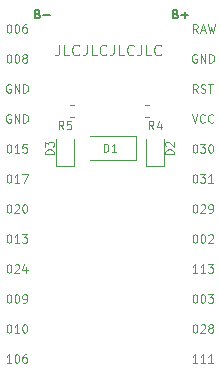
<source format=gto>
G04 #@! TF.GenerationSoftware,KiCad,Pcbnew,(5.1.6)-1*
G04 #@! TF.CreationDate,2020-06-11T17:33:57+01:00*
G04 #@! TF.ProjectId,nrfmicro,6e72666d-6963-4726-9f2e-6b696361645f,rev?*
G04 #@! TF.SameCoordinates,Original*
G04 #@! TF.FileFunction,Legend,Top*
G04 #@! TF.FilePolarity,Positive*
%FSLAX46Y46*%
G04 Gerber Fmt 4.6, Leading zero omitted, Abs format (unit mm)*
G04 Created by KiCad (PCBNEW (5.1.6)-1) date 2020-06-11 17:33:57*
%MOMM*%
%LPD*%
G01*
G04 APERTURE LIST*
%ADD10C,0.100000*%
%ADD11C,0.120000*%
%ADD12C,0.150000*%
G04 APERTURE END LIST*
D10*
X99517390Y-112494917D02*
X99517390Y-113137775D01*
X99474533Y-113266346D01*
X99388818Y-113352060D01*
X99260247Y-113394917D01*
X99174533Y-113394917D01*
X100374533Y-113394917D02*
X99945961Y-113394917D01*
X99945961Y-112494917D01*
X101188818Y-113309203D02*
X101145961Y-113352060D01*
X101017390Y-113394917D01*
X100931675Y-113394917D01*
X100803104Y-113352060D01*
X100717390Y-113266346D01*
X100674533Y-113180632D01*
X100631675Y-113009203D01*
X100631675Y-112880632D01*
X100674533Y-112709203D01*
X100717390Y-112623489D01*
X100803104Y-112537775D01*
X100931675Y-112494917D01*
X101017390Y-112494917D01*
X101145961Y-112537775D01*
X101188818Y-112580632D01*
X101831675Y-112494917D02*
X101831675Y-113137775D01*
X101788818Y-113266346D01*
X101703104Y-113352060D01*
X101574533Y-113394917D01*
X101488818Y-113394917D01*
X102688818Y-113394917D02*
X102260247Y-113394917D01*
X102260247Y-112494917D01*
X103503104Y-113309203D02*
X103460247Y-113352060D01*
X103331675Y-113394917D01*
X103245961Y-113394917D01*
X103117390Y-113352060D01*
X103031675Y-113266346D01*
X102988818Y-113180632D01*
X102945961Y-113009203D01*
X102945961Y-112880632D01*
X102988818Y-112709203D01*
X103031675Y-112623489D01*
X103117390Y-112537775D01*
X103245961Y-112494917D01*
X103331675Y-112494917D01*
X103460247Y-112537775D01*
X103503104Y-112580632D01*
X104145961Y-112494917D02*
X104145961Y-113137775D01*
X104103104Y-113266346D01*
X104017390Y-113352060D01*
X103888818Y-113394917D01*
X103803104Y-113394917D01*
X105003104Y-113394917D02*
X104574533Y-113394917D01*
X104574533Y-112494917D01*
X105817390Y-113309203D02*
X105774533Y-113352060D01*
X105645961Y-113394917D01*
X105560247Y-113394917D01*
X105431675Y-113352060D01*
X105345961Y-113266346D01*
X105303104Y-113180632D01*
X105260247Y-113009203D01*
X105260247Y-112880632D01*
X105303104Y-112709203D01*
X105345961Y-112623489D01*
X105431675Y-112537775D01*
X105560247Y-112494917D01*
X105645961Y-112494917D01*
X105774533Y-112537775D01*
X105817390Y-112580632D01*
X106460247Y-112494917D02*
X106460247Y-113137775D01*
X106417390Y-113266346D01*
X106331675Y-113352060D01*
X106203104Y-113394917D01*
X106117390Y-113394917D01*
X107317390Y-113394917D02*
X106888818Y-113394917D01*
X106888818Y-112494917D01*
X108131675Y-113309203D02*
X108088818Y-113352060D01*
X107960247Y-113394917D01*
X107874533Y-113394917D01*
X107745961Y-113352060D01*
X107660247Y-113266346D01*
X107617390Y-113180632D01*
X107574533Y-113009203D01*
X107574533Y-112880632D01*
X107617390Y-112709203D01*
X107660247Y-112623489D01*
X107745961Y-112537775D01*
X107874533Y-112494917D01*
X107960247Y-112494917D01*
X108088818Y-112537775D01*
X108131675Y-112580632D01*
D11*
X106052000Y-122243000D02*
X102152000Y-122243000D01*
X106052000Y-120243000D02*
X102152000Y-120243000D01*
X106052000Y-122243000D02*
X106052000Y-120243000D01*
X106814221Y-118578000D02*
X107139779Y-118578000D01*
X106814221Y-117558000D02*
X107139779Y-117558000D01*
X100789779Y-117558000D02*
X100464221Y-117558000D01*
X100789779Y-118578000D02*
X100464221Y-118578000D01*
X100726500Y-122728000D02*
X100726500Y-120443000D01*
X99256500Y-122728000D02*
X100726500Y-122728000D01*
X99256500Y-120443000D02*
X99256500Y-122728000D01*
X108347000Y-122728000D02*
X108347000Y-120443000D01*
X106877000Y-122728000D02*
X108347000Y-122728000D01*
X106877000Y-120443000D02*
X106877000Y-122728000D01*
D10*
X103284866Y-121559441D02*
X103284866Y-120859441D01*
X103451533Y-120859441D01*
X103551533Y-120892775D01*
X103618199Y-120959441D01*
X103651533Y-121026108D01*
X103684866Y-121159441D01*
X103684866Y-121259441D01*
X103651533Y-121392775D01*
X103618199Y-121459441D01*
X103551533Y-121526108D01*
X103451533Y-121559441D01*
X103284866Y-121559441D01*
X104351533Y-121559441D02*
X103951533Y-121559441D01*
X104151533Y-121559441D02*
X104151533Y-120859441D01*
X104084866Y-120959441D01*
X104018199Y-121026108D01*
X103951533Y-121059441D01*
X107494866Y-119654441D02*
X107261533Y-119321108D01*
X107094866Y-119654441D02*
X107094866Y-118954441D01*
X107361533Y-118954441D01*
X107428199Y-118987775D01*
X107461533Y-119021108D01*
X107494866Y-119087775D01*
X107494866Y-119187775D01*
X107461533Y-119254441D01*
X107428199Y-119287775D01*
X107361533Y-119321108D01*
X107094866Y-119321108D01*
X108094866Y-119187775D02*
X108094866Y-119654441D01*
X107928199Y-118921108D02*
X107761533Y-119421108D01*
X108194866Y-119421108D01*
X99874866Y-119654441D02*
X99641533Y-119321108D01*
X99474866Y-119654441D02*
X99474866Y-118954441D01*
X99741533Y-118954441D01*
X99808199Y-118987775D01*
X99841533Y-119021108D01*
X99874866Y-119087775D01*
X99874866Y-119187775D01*
X99841533Y-119254441D01*
X99808199Y-119287775D01*
X99741533Y-119321108D01*
X99474866Y-119321108D01*
X100508199Y-118954441D02*
X100174866Y-118954441D01*
X100141533Y-119287775D01*
X100174866Y-119254441D01*
X100241533Y-119221108D01*
X100408199Y-119221108D01*
X100474866Y-119254441D01*
X100508199Y-119287775D01*
X100541533Y-119354441D01*
X100541533Y-119521108D01*
X100508199Y-119587775D01*
X100474866Y-119621108D01*
X100408199Y-119654441D01*
X100241533Y-119654441D01*
X100174866Y-119621108D01*
X100141533Y-119587775D01*
X111242999Y-111462941D02*
X111009666Y-111129608D01*
X110842999Y-111462941D02*
X110842999Y-110762941D01*
X111109666Y-110762941D01*
X111176333Y-110796275D01*
X111209666Y-110829608D01*
X111242999Y-110896275D01*
X111242999Y-110996275D01*
X111209666Y-111062941D01*
X111176333Y-111096275D01*
X111109666Y-111129608D01*
X110842999Y-111129608D01*
X111509666Y-111262941D02*
X111842999Y-111262941D01*
X111442999Y-111462941D02*
X111676333Y-110762941D01*
X111909666Y-111462941D01*
X112076333Y-110762941D02*
X112242999Y-111462941D01*
X112376333Y-110962941D01*
X112509666Y-111462941D01*
X112676333Y-110762941D01*
X95227533Y-110762941D02*
X95294199Y-110762941D01*
X95360866Y-110796275D01*
X95394199Y-110829608D01*
X95427533Y-110896275D01*
X95460866Y-111029608D01*
X95460866Y-111196275D01*
X95427533Y-111329608D01*
X95394199Y-111396275D01*
X95360866Y-111429608D01*
X95294199Y-111462941D01*
X95227533Y-111462941D01*
X95160866Y-111429608D01*
X95127533Y-111396275D01*
X95094199Y-111329608D01*
X95060866Y-111196275D01*
X95060866Y-111029608D01*
X95094199Y-110896275D01*
X95127533Y-110829608D01*
X95160866Y-110796275D01*
X95227533Y-110762941D01*
X95894199Y-110762941D02*
X95960866Y-110762941D01*
X96027533Y-110796275D01*
X96060866Y-110829608D01*
X96094199Y-110896275D01*
X96127533Y-111029608D01*
X96127533Y-111196275D01*
X96094199Y-111329608D01*
X96060866Y-111396275D01*
X96027533Y-111429608D01*
X95960866Y-111462941D01*
X95894199Y-111462941D01*
X95827533Y-111429608D01*
X95794199Y-111396275D01*
X95760866Y-111329608D01*
X95727533Y-111196275D01*
X95727533Y-111029608D01*
X95760866Y-110896275D01*
X95794199Y-110829608D01*
X95827533Y-110796275D01*
X95894199Y-110762941D01*
X96727533Y-110762941D02*
X96594199Y-110762941D01*
X96527533Y-110796275D01*
X96494199Y-110829608D01*
X96427533Y-110929608D01*
X96394199Y-111062941D01*
X96394199Y-111329608D01*
X96427533Y-111396275D01*
X96460866Y-111429608D01*
X96527533Y-111462941D01*
X96660866Y-111462941D01*
X96727533Y-111429608D01*
X96760866Y-111396275D01*
X96794199Y-111329608D01*
X96794199Y-111162941D01*
X96760866Y-111096275D01*
X96727533Y-111062941D01*
X96660866Y-111029608D01*
X96527533Y-111029608D01*
X96460866Y-111062941D01*
X96427533Y-111096275D01*
X96394199Y-111162941D01*
X95227533Y-133622941D02*
X95294199Y-133622941D01*
X95360866Y-133656275D01*
X95394199Y-133689608D01*
X95427533Y-133756275D01*
X95460866Y-133889608D01*
X95460866Y-134056275D01*
X95427533Y-134189608D01*
X95394199Y-134256275D01*
X95360866Y-134289608D01*
X95294199Y-134322941D01*
X95227533Y-134322941D01*
X95160866Y-134289608D01*
X95127533Y-134256275D01*
X95094199Y-134189608D01*
X95060866Y-134056275D01*
X95060866Y-133889608D01*
X95094199Y-133756275D01*
X95127533Y-133689608D01*
X95160866Y-133656275D01*
X95227533Y-133622941D01*
X95894199Y-133622941D02*
X95960866Y-133622941D01*
X96027533Y-133656275D01*
X96060866Y-133689608D01*
X96094199Y-133756275D01*
X96127533Y-133889608D01*
X96127533Y-134056275D01*
X96094199Y-134189608D01*
X96060866Y-134256275D01*
X96027533Y-134289608D01*
X95960866Y-134322941D01*
X95894199Y-134322941D01*
X95827533Y-134289608D01*
X95794199Y-134256275D01*
X95760866Y-134189608D01*
X95727533Y-134056275D01*
X95727533Y-133889608D01*
X95760866Y-133756275D01*
X95794199Y-133689608D01*
X95827533Y-133656275D01*
X95894199Y-133622941D01*
X96460866Y-134322941D02*
X96594199Y-134322941D01*
X96660866Y-134289608D01*
X96694199Y-134256275D01*
X96760866Y-134156275D01*
X96794199Y-134022941D01*
X96794199Y-133756275D01*
X96760866Y-133689608D01*
X96727533Y-133656275D01*
X96660866Y-133622941D01*
X96527533Y-133622941D01*
X96460866Y-133656275D01*
X96427533Y-133689608D01*
X96394199Y-133756275D01*
X96394199Y-133922941D01*
X96427533Y-133989608D01*
X96460866Y-134022941D01*
X96527533Y-134056275D01*
X96660866Y-134056275D01*
X96727533Y-134022941D01*
X96760866Y-133989608D01*
X96794199Y-133922941D01*
X95227533Y-131082941D02*
X95294199Y-131082941D01*
X95360866Y-131116275D01*
X95394199Y-131149608D01*
X95427533Y-131216275D01*
X95460866Y-131349608D01*
X95460866Y-131516275D01*
X95427533Y-131649608D01*
X95394199Y-131716275D01*
X95360866Y-131749608D01*
X95294199Y-131782941D01*
X95227533Y-131782941D01*
X95160866Y-131749608D01*
X95127533Y-131716275D01*
X95094199Y-131649608D01*
X95060866Y-131516275D01*
X95060866Y-131349608D01*
X95094199Y-131216275D01*
X95127533Y-131149608D01*
X95160866Y-131116275D01*
X95227533Y-131082941D01*
X95727533Y-131149608D02*
X95760866Y-131116275D01*
X95827533Y-131082941D01*
X95994199Y-131082941D01*
X96060866Y-131116275D01*
X96094199Y-131149608D01*
X96127533Y-131216275D01*
X96127533Y-131282941D01*
X96094199Y-131382941D01*
X95694199Y-131782941D01*
X96127533Y-131782941D01*
X96727533Y-131316275D02*
X96727533Y-131782941D01*
X96560866Y-131049608D02*
X96394199Y-131549608D01*
X96827533Y-131549608D01*
X95227533Y-113302941D02*
X95294199Y-113302941D01*
X95360866Y-113336275D01*
X95394199Y-113369608D01*
X95427533Y-113436275D01*
X95460866Y-113569608D01*
X95460866Y-113736275D01*
X95427533Y-113869608D01*
X95394199Y-113936275D01*
X95360866Y-113969608D01*
X95294199Y-114002941D01*
X95227533Y-114002941D01*
X95160866Y-113969608D01*
X95127533Y-113936275D01*
X95094199Y-113869608D01*
X95060866Y-113736275D01*
X95060866Y-113569608D01*
X95094199Y-113436275D01*
X95127533Y-113369608D01*
X95160866Y-113336275D01*
X95227533Y-113302941D01*
X95894199Y-113302941D02*
X95960866Y-113302941D01*
X96027533Y-113336275D01*
X96060866Y-113369608D01*
X96094199Y-113436275D01*
X96127533Y-113569608D01*
X96127533Y-113736275D01*
X96094199Y-113869608D01*
X96060866Y-113936275D01*
X96027533Y-113969608D01*
X95960866Y-114002941D01*
X95894199Y-114002941D01*
X95827533Y-113969608D01*
X95794199Y-113936275D01*
X95760866Y-113869608D01*
X95727533Y-113736275D01*
X95727533Y-113569608D01*
X95760866Y-113436275D01*
X95794199Y-113369608D01*
X95827533Y-113336275D01*
X95894199Y-113302941D01*
X96527533Y-113602941D02*
X96460866Y-113569608D01*
X96427533Y-113536275D01*
X96394199Y-113469608D01*
X96394199Y-113436275D01*
X96427533Y-113369608D01*
X96460866Y-113336275D01*
X96527533Y-113302941D01*
X96660866Y-113302941D01*
X96727533Y-113336275D01*
X96760866Y-113369608D01*
X96794199Y-113436275D01*
X96794199Y-113469608D01*
X96760866Y-113536275D01*
X96727533Y-113569608D01*
X96660866Y-113602941D01*
X96527533Y-113602941D01*
X96460866Y-113636275D01*
X96427533Y-113669608D01*
X96394199Y-113736275D01*
X96394199Y-113869608D01*
X96427533Y-113936275D01*
X96460866Y-113969608D01*
X96527533Y-114002941D01*
X96660866Y-114002941D01*
X96727533Y-113969608D01*
X96760866Y-113936275D01*
X96794199Y-113869608D01*
X96794199Y-113736275D01*
X96760866Y-113669608D01*
X96727533Y-113636275D01*
X96660866Y-113602941D01*
X95394199Y-115876275D02*
X95327533Y-115842941D01*
X95227533Y-115842941D01*
X95127533Y-115876275D01*
X95060866Y-115942941D01*
X95027533Y-116009608D01*
X94994199Y-116142941D01*
X94994199Y-116242941D01*
X95027533Y-116376275D01*
X95060866Y-116442941D01*
X95127533Y-116509608D01*
X95227533Y-116542941D01*
X95294199Y-116542941D01*
X95394199Y-116509608D01*
X95427533Y-116476275D01*
X95427533Y-116242941D01*
X95294199Y-116242941D01*
X95727533Y-116542941D02*
X95727533Y-115842941D01*
X96127533Y-116542941D01*
X96127533Y-115842941D01*
X96460866Y-116542941D02*
X96460866Y-115842941D01*
X96627533Y-115842941D01*
X96727533Y-115876275D01*
X96794199Y-115942941D01*
X96827533Y-116009608D01*
X96860866Y-116142941D01*
X96860866Y-116242941D01*
X96827533Y-116376275D01*
X96794199Y-116442941D01*
X96727533Y-116509608D01*
X96627533Y-116542941D01*
X96460866Y-116542941D01*
X95227533Y-120922941D02*
X95294199Y-120922941D01*
X95360866Y-120956275D01*
X95394199Y-120989608D01*
X95427533Y-121056275D01*
X95460866Y-121189608D01*
X95460866Y-121356275D01*
X95427533Y-121489608D01*
X95394199Y-121556275D01*
X95360866Y-121589608D01*
X95294199Y-121622941D01*
X95227533Y-121622941D01*
X95160866Y-121589608D01*
X95127533Y-121556275D01*
X95094199Y-121489608D01*
X95060866Y-121356275D01*
X95060866Y-121189608D01*
X95094199Y-121056275D01*
X95127533Y-120989608D01*
X95160866Y-120956275D01*
X95227533Y-120922941D01*
X96127533Y-121622941D02*
X95727533Y-121622941D01*
X95927533Y-121622941D02*
X95927533Y-120922941D01*
X95860866Y-121022941D01*
X95794199Y-121089608D01*
X95727533Y-121122941D01*
X96760866Y-120922941D02*
X96427533Y-120922941D01*
X96394199Y-121256275D01*
X96427533Y-121222941D01*
X96494199Y-121189608D01*
X96660866Y-121189608D01*
X96727533Y-121222941D01*
X96760866Y-121256275D01*
X96794199Y-121322941D01*
X96794199Y-121489608D01*
X96760866Y-121556275D01*
X96727533Y-121589608D01*
X96660866Y-121622941D01*
X96494199Y-121622941D01*
X96427533Y-121589608D01*
X96394199Y-121556275D01*
X95227533Y-128542941D02*
X95294199Y-128542941D01*
X95360866Y-128576275D01*
X95394199Y-128609608D01*
X95427533Y-128676275D01*
X95460866Y-128809608D01*
X95460866Y-128976275D01*
X95427533Y-129109608D01*
X95394199Y-129176275D01*
X95360866Y-129209608D01*
X95294199Y-129242941D01*
X95227533Y-129242941D01*
X95160866Y-129209608D01*
X95127533Y-129176275D01*
X95094199Y-129109608D01*
X95060866Y-128976275D01*
X95060866Y-128809608D01*
X95094199Y-128676275D01*
X95127533Y-128609608D01*
X95160866Y-128576275D01*
X95227533Y-128542941D01*
X96127533Y-129242941D02*
X95727533Y-129242941D01*
X95927533Y-129242941D02*
X95927533Y-128542941D01*
X95860866Y-128642941D01*
X95794199Y-128709608D01*
X95727533Y-128742941D01*
X96360866Y-128542941D02*
X96794199Y-128542941D01*
X96560866Y-128809608D01*
X96660866Y-128809608D01*
X96727533Y-128842941D01*
X96760866Y-128876275D01*
X96794199Y-128942941D01*
X96794199Y-129109608D01*
X96760866Y-129176275D01*
X96727533Y-129209608D01*
X96660866Y-129242941D01*
X96460866Y-129242941D01*
X96394199Y-129209608D01*
X96360866Y-129176275D01*
X95227533Y-123462941D02*
X95294199Y-123462941D01*
X95360866Y-123496275D01*
X95394199Y-123529608D01*
X95427533Y-123596275D01*
X95460866Y-123729608D01*
X95460866Y-123896275D01*
X95427533Y-124029608D01*
X95394199Y-124096275D01*
X95360866Y-124129608D01*
X95294199Y-124162941D01*
X95227533Y-124162941D01*
X95160866Y-124129608D01*
X95127533Y-124096275D01*
X95094199Y-124029608D01*
X95060866Y-123896275D01*
X95060866Y-123729608D01*
X95094199Y-123596275D01*
X95127533Y-123529608D01*
X95160866Y-123496275D01*
X95227533Y-123462941D01*
X96127533Y-124162941D02*
X95727533Y-124162941D01*
X95927533Y-124162941D02*
X95927533Y-123462941D01*
X95860866Y-123562941D01*
X95794199Y-123629608D01*
X95727533Y-123662941D01*
X96360866Y-123462941D02*
X96827533Y-123462941D01*
X96527533Y-124162941D01*
X95460866Y-139402941D02*
X95060866Y-139402941D01*
X95260866Y-139402941D02*
X95260866Y-138702941D01*
X95194199Y-138802941D01*
X95127533Y-138869608D01*
X95060866Y-138902941D01*
X95894199Y-138702941D02*
X95960866Y-138702941D01*
X96027533Y-138736275D01*
X96060866Y-138769608D01*
X96094199Y-138836275D01*
X96127533Y-138969608D01*
X96127533Y-139136275D01*
X96094199Y-139269608D01*
X96060866Y-139336275D01*
X96027533Y-139369608D01*
X95960866Y-139402941D01*
X95894199Y-139402941D01*
X95827533Y-139369608D01*
X95794199Y-139336275D01*
X95760866Y-139269608D01*
X95727533Y-139136275D01*
X95727533Y-138969608D01*
X95760866Y-138836275D01*
X95794199Y-138769608D01*
X95827533Y-138736275D01*
X95894199Y-138702941D01*
X96727533Y-138702941D02*
X96594199Y-138702941D01*
X96527533Y-138736275D01*
X96494199Y-138769608D01*
X96427533Y-138869608D01*
X96394199Y-139002941D01*
X96394199Y-139269608D01*
X96427533Y-139336275D01*
X96460866Y-139369608D01*
X96527533Y-139402941D01*
X96660866Y-139402941D01*
X96727533Y-139369608D01*
X96760866Y-139336275D01*
X96794199Y-139269608D01*
X96794199Y-139102941D01*
X96760866Y-139036275D01*
X96727533Y-139002941D01*
X96660866Y-138969608D01*
X96527533Y-138969608D01*
X96460866Y-139002941D01*
X96427533Y-139036275D01*
X96394199Y-139102941D01*
X95227533Y-126002941D02*
X95294199Y-126002941D01*
X95360866Y-126036275D01*
X95394199Y-126069608D01*
X95427533Y-126136275D01*
X95460866Y-126269608D01*
X95460866Y-126436275D01*
X95427533Y-126569608D01*
X95394199Y-126636275D01*
X95360866Y-126669608D01*
X95294199Y-126702941D01*
X95227533Y-126702941D01*
X95160866Y-126669608D01*
X95127533Y-126636275D01*
X95094199Y-126569608D01*
X95060866Y-126436275D01*
X95060866Y-126269608D01*
X95094199Y-126136275D01*
X95127533Y-126069608D01*
X95160866Y-126036275D01*
X95227533Y-126002941D01*
X95727533Y-126069608D02*
X95760866Y-126036275D01*
X95827533Y-126002941D01*
X95994199Y-126002941D01*
X96060866Y-126036275D01*
X96094199Y-126069608D01*
X96127533Y-126136275D01*
X96127533Y-126202941D01*
X96094199Y-126302941D01*
X95694199Y-126702941D01*
X96127533Y-126702941D01*
X96560866Y-126002941D02*
X96627533Y-126002941D01*
X96694199Y-126036275D01*
X96727533Y-126069608D01*
X96760866Y-126136275D01*
X96794199Y-126269608D01*
X96794199Y-126436275D01*
X96760866Y-126569608D01*
X96727533Y-126636275D01*
X96694199Y-126669608D01*
X96627533Y-126702941D01*
X96560866Y-126702941D01*
X96494199Y-126669608D01*
X96460866Y-126636275D01*
X96427533Y-126569608D01*
X96394199Y-126436275D01*
X96394199Y-126269608D01*
X96427533Y-126136275D01*
X96460866Y-126069608D01*
X96494199Y-126036275D01*
X96560866Y-126002941D01*
X95394199Y-118416275D02*
X95327533Y-118382941D01*
X95227533Y-118382941D01*
X95127533Y-118416275D01*
X95060866Y-118482941D01*
X95027533Y-118549608D01*
X94994199Y-118682941D01*
X94994199Y-118782941D01*
X95027533Y-118916275D01*
X95060866Y-118982941D01*
X95127533Y-119049608D01*
X95227533Y-119082941D01*
X95294199Y-119082941D01*
X95394199Y-119049608D01*
X95427533Y-119016275D01*
X95427533Y-118782941D01*
X95294199Y-118782941D01*
X95727533Y-119082941D02*
X95727533Y-118382941D01*
X96127533Y-119082941D01*
X96127533Y-118382941D01*
X96460866Y-119082941D02*
X96460866Y-118382941D01*
X96627533Y-118382941D01*
X96727533Y-118416275D01*
X96794199Y-118482941D01*
X96827533Y-118549608D01*
X96860866Y-118682941D01*
X96860866Y-118782941D01*
X96827533Y-118916275D01*
X96794199Y-118982941D01*
X96727533Y-119049608D01*
X96627533Y-119082941D01*
X96460866Y-119082941D01*
X95227533Y-136162941D02*
X95294199Y-136162941D01*
X95360866Y-136196275D01*
X95394199Y-136229608D01*
X95427533Y-136296275D01*
X95460866Y-136429608D01*
X95460866Y-136596275D01*
X95427533Y-136729608D01*
X95394199Y-136796275D01*
X95360866Y-136829608D01*
X95294199Y-136862941D01*
X95227533Y-136862941D01*
X95160866Y-136829608D01*
X95127533Y-136796275D01*
X95094199Y-136729608D01*
X95060866Y-136596275D01*
X95060866Y-136429608D01*
X95094199Y-136296275D01*
X95127533Y-136229608D01*
X95160866Y-136196275D01*
X95227533Y-136162941D01*
X96127533Y-136862941D02*
X95727533Y-136862941D01*
X95927533Y-136862941D02*
X95927533Y-136162941D01*
X95860866Y-136262941D01*
X95794199Y-136329608D01*
X95727533Y-136362941D01*
X96560866Y-136162941D02*
X96627533Y-136162941D01*
X96694199Y-136196275D01*
X96727533Y-136229608D01*
X96760866Y-136296275D01*
X96794199Y-136429608D01*
X96794199Y-136596275D01*
X96760866Y-136729608D01*
X96727533Y-136796275D01*
X96694199Y-136829608D01*
X96627533Y-136862941D01*
X96560866Y-136862941D01*
X96494199Y-136829608D01*
X96460866Y-136796275D01*
X96427533Y-136729608D01*
X96394199Y-136596275D01*
X96394199Y-136429608D01*
X96427533Y-136296275D01*
X96460866Y-136229608D01*
X96494199Y-136196275D01*
X96560866Y-136162941D01*
X111228699Y-116542941D02*
X110995366Y-116209608D01*
X110828699Y-116542941D02*
X110828699Y-115842941D01*
X111095366Y-115842941D01*
X111162033Y-115876275D01*
X111195366Y-115909608D01*
X111228699Y-115976275D01*
X111228699Y-116076275D01*
X111195366Y-116142941D01*
X111162033Y-116176275D01*
X111095366Y-116209608D01*
X110828699Y-116209608D01*
X111495366Y-116509608D02*
X111595366Y-116542941D01*
X111762033Y-116542941D01*
X111828699Y-116509608D01*
X111862033Y-116476275D01*
X111895366Y-116409608D01*
X111895366Y-116342941D01*
X111862033Y-116276275D01*
X111828699Y-116242941D01*
X111762033Y-116209608D01*
X111628699Y-116176275D01*
X111562033Y-116142941D01*
X111528699Y-116109608D01*
X111495366Y-116042941D01*
X111495366Y-115976275D01*
X111528699Y-115909608D01*
X111562033Y-115876275D01*
X111628699Y-115842941D01*
X111795366Y-115842941D01*
X111895366Y-115876275D01*
X112095366Y-115842941D02*
X112495366Y-115842941D01*
X112295366Y-116542941D02*
X112295366Y-115842941D01*
X111142199Y-113336275D02*
X111075533Y-113302941D01*
X110975533Y-113302941D01*
X110875533Y-113336275D01*
X110808866Y-113402941D01*
X110775533Y-113469608D01*
X110742199Y-113602941D01*
X110742199Y-113702941D01*
X110775533Y-113836275D01*
X110808866Y-113902941D01*
X110875533Y-113969608D01*
X110975533Y-114002941D01*
X111042199Y-114002941D01*
X111142199Y-113969608D01*
X111175533Y-113936275D01*
X111175533Y-113702941D01*
X111042199Y-113702941D01*
X111475533Y-114002941D02*
X111475533Y-113302941D01*
X111875533Y-114002941D01*
X111875533Y-113302941D01*
X112208866Y-114002941D02*
X112208866Y-113302941D01*
X112375533Y-113302941D01*
X112475533Y-113336275D01*
X112542199Y-113402941D01*
X112575533Y-113469608D01*
X112608866Y-113602941D01*
X112608866Y-113702941D01*
X112575533Y-113836275D01*
X112542199Y-113902941D01*
X112475533Y-113969608D01*
X112375533Y-114002941D01*
X112208866Y-114002941D01*
X110742199Y-118382941D02*
X110975533Y-119082941D01*
X111208866Y-118382941D01*
X111842199Y-119016275D02*
X111808866Y-119049608D01*
X111708866Y-119082941D01*
X111642199Y-119082941D01*
X111542199Y-119049608D01*
X111475533Y-118982941D01*
X111442199Y-118916275D01*
X111408866Y-118782941D01*
X111408866Y-118682941D01*
X111442199Y-118549608D01*
X111475533Y-118482941D01*
X111542199Y-118416275D01*
X111642199Y-118382941D01*
X111708866Y-118382941D01*
X111808866Y-118416275D01*
X111842199Y-118449608D01*
X112542199Y-119016275D02*
X112508866Y-119049608D01*
X112408866Y-119082941D01*
X112342199Y-119082941D01*
X112242199Y-119049608D01*
X112175533Y-118982941D01*
X112142199Y-118916275D01*
X112108866Y-118782941D01*
X112108866Y-118682941D01*
X112142199Y-118549608D01*
X112175533Y-118482941D01*
X112242199Y-118416275D01*
X112342199Y-118382941D01*
X112408866Y-118382941D01*
X112508866Y-118416275D01*
X112542199Y-118449608D01*
X110975533Y-120922941D02*
X111042199Y-120922941D01*
X111108866Y-120956275D01*
X111142199Y-120989608D01*
X111175533Y-121056275D01*
X111208866Y-121189608D01*
X111208866Y-121356275D01*
X111175533Y-121489608D01*
X111142199Y-121556275D01*
X111108866Y-121589608D01*
X111042199Y-121622941D01*
X110975533Y-121622941D01*
X110908866Y-121589608D01*
X110875533Y-121556275D01*
X110842199Y-121489608D01*
X110808866Y-121356275D01*
X110808866Y-121189608D01*
X110842199Y-121056275D01*
X110875533Y-120989608D01*
X110908866Y-120956275D01*
X110975533Y-120922941D01*
X111442199Y-120922941D02*
X111875533Y-120922941D01*
X111642199Y-121189608D01*
X111742199Y-121189608D01*
X111808866Y-121222941D01*
X111842199Y-121256275D01*
X111875533Y-121322941D01*
X111875533Y-121489608D01*
X111842199Y-121556275D01*
X111808866Y-121589608D01*
X111742199Y-121622941D01*
X111542199Y-121622941D01*
X111475533Y-121589608D01*
X111442199Y-121556275D01*
X112308866Y-120922941D02*
X112375533Y-120922941D01*
X112442199Y-120956275D01*
X112475533Y-120989608D01*
X112508866Y-121056275D01*
X112542199Y-121189608D01*
X112542199Y-121356275D01*
X112508866Y-121489608D01*
X112475533Y-121556275D01*
X112442199Y-121589608D01*
X112375533Y-121622941D01*
X112308866Y-121622941D01*
X112242199Y-121589608D01*
X112208866Y-121556275D01*
X112175533Y-121489608D01*
X112142199Y-121356275D01*
X112142199Y-121189608D01*
X112175533Y-121056275D01*
X112208866Y-120989608D01*
X112242199Y-120956275D01*
X112308866Y-120922941D01*
X110975533Y-123462941D02*
X111042199Y-123462941D01*
X111108866Y-123496275D01*
X111142199Y-123529608D01*
X111175533Y-123596275D01*
X111208866Y-123729608D01*
X111208866Y-123896275D01*
X111175533Y-124029608D01*
X111142199Y-124096275D01*
X111108866Y-124129608D01*
X111042199Y-124162941D01*
X110975533Y-124162941D01*
X110908866Y-124129608D01*
X110875533Y-124096275D01*
X110842199Y-124029608D01*
X110808866Y-123896275D01*
X110808866Y-123729608D01*
X110842199Y-123596275D01*
X110875533Y-123529608D01*
X110908866Y-123496275D01*
X110975533Y-123462941D01*
X111442199Y-123462941D02*
X111875533Y-123462941D01*
X111642199Y-123729608D01*
X111742199Y-123729608D01*
X111808866Y-123762941D01*
X111842199Y-123796275D01*
X111875533Y-123862941D01*
X111875533Y-124029608D01*
X111842199Y-124096275D01*
X111808866Y-124129608D01*
X111742199Y-124162941D01*
X111542199Y-124162941D01*
X111475533Y-124129608D01*
X111442199Y-124096275D01*
X112542199Y-124162941D02*
X112142199Y-124162941D01*
X112342199Y-124162941D02*
X112342199Y-123462941D01*
X112275533Y-123562941D01*
X112208866Y-123629608D01*
X112142199Y-123662941D01*
X110975533Y-126002941D02*
X111042199Y-126002941D01*
X111108866Y-126036275D01*
X111142199Y-126069608D01*
X111175533Y-126136275D01*
X111208866Y-126269608D01*
X111208866Y-126436275D01*
X111175533Y-126569608D01*
X111142199Y-126636275D01*
X111108866Y-126669608D01*
X111042199Y-126702941D01*
X110975533Y-126702941D01*
X110908866Y-126669608D01*
X110875533Y-126636275D01*
X110842199Y-126569608D01*
X110808866Y-126436275D01*
X110808866Y-126269608D01*
X110842199Y-126136275D01*
X110875533Y-126069608D01*
X110908866Y-126036275D01*
X110975533Y-126002941D01*
X111475533Y-126069608D02*
X111508866Y-126036275D01*
X111575533Y-126002941D01*
X111742199Y-126002941D01*
X111808866Y-126036275D01*
X111842199Y-126069608D01*
X111875533Y-126136275D01*
X111875533Y-126202941D01*
X111842199Y-126302941D01*
X111442199Y-126702941D01*
X111875533Y-126702941D01*
X112208866Y-126702941D02*
X112342199Y-126702941D01*
X112408866Y-126669608D01*
X112442199Y-126636275D01*
X112508866Y-126536275D01*
X112542199Y-126402941D01*
X112542199Y-126136275D01*
X112508866Y-126069608D01*
X112475533Y-126036275D01*
X112408866Y-126002941D01*
X112275533Y-126002941D01*
X112208866Y-126036275D01*
X112175533Y-126069608D01*
X112142199Y-126136275D01*
X112142199Y-126302941D01*
X112175533Y-126369608D01*
X112208866Y-126402941D01*
X112275533Y-126436275D01*
X112408866Y-126436275D01*
X112475533Y-126402941D01*
X112508866Y-126369608D01*
X112542199Y-126302941D01*
X110975533Y-128542941D02*
X111042199Y-128542941D01*
X111108866Y-128576275D01*
X111142199Y-128609608D01*
X111175533Y-128676275D01*
X111208866Y-128809608D01*
X111208866Y-128976275D01*
X111175533Y-129109608D01*
X111142199Y-129176275D01*
X111108866Y-129209608D01*
X111042199Y-129242941D01*
X110975533Y-129242941D01*
X110908866Y-129209608D01*
X110875533Y-129176275D01*
X110842199Y-129109608D01*
X110808866Y-128976275D01*
X110808866Y-128809608D01*
X110842199Y-128676275D01*
X110875533Y-128609608D01*
X110908866Y-128576275D01*
X110975533Y-128542941D01*
X111642199Y-128542941D02*
X111708866Y-128542941D01*
X111775533Y-128576275D01*
X111808866Y-128609608D01*
X111842199Y-128676275D01*
X111875533Y-128809608D01*
X111875533Y-128976275D01*
X111842199Y-129109608D01*
X111808866Y-129176275D01*
X111775533Y-129209608D01*
X111708866Y-129242941D01*
X111642199Y-129242941D01*
X111575533Y-129209608D01*
X111542199Y-129176275D01*
X111508866Y-129109608D01*
X111475533Y-128976275D01*
X111475533Y-128809608D01*
X111508866Y-128676275D01*
X111542199Y-128609608D01*
X111575533Y-128576275D01*
X111642199Y-128542941D01*
X112142199Y-128609608D02*
X112175533Y-128576275D01*
X112242199Y-128542941D01*
X112408866Y-128542941D01*
X112475533Y-128576275D01*
X112508866Y-128609608D01*
X112542199Y-128676275D01*
X112542199Y-128742941D01*
X112508866Y-128842941D01*
X112108866Y-129242941D01*
X112542199Y-129242941D01*
X111208866Y-131782941D02*
X110808866Y-131782941D01*
X111008866Y-131782941D02*
X111008866Y-131082941D01*
X110942199Y-131182941D01*
X110875533Y-131249608D01*
X110808866Y-131282941D01*
X111875533Y-131782941D02*
X111475533Y-131782941D01*
X111675533Y-131782941D02*
X111675533Y-131082941D01*
X111608866Y-131182941D01*
X111542199Y-131249608D01*
X111475533Y-131282941D01*
X112108866Y-131082941D02*
X112542199Y-131082941D01*
X112308866Y-131349608D01*
X112408866Y-131349608D01*
X112475533Y-131382941D01*
X112508866Y-131416275D01*
X112542199Y-131482941D01*
X112542199Y-131649608D01*
X112508866Y-131716275D01*
X112475533Y-131749608D01*
X112408866Y-131782941D01*
X112208866Y-131782941D01*
X112142199Y-131749608D01*
X112108866Y-131716275D01*
X110975533Y-133622941D02*
X111042199Y-133622941D01*
X111108866Y-133656275D01*
X111142199Y-133689608D01*
X111175533Y-133756275D01*
X111208866Y-133889608D01*
X111208866Y-134056275D01*
X111175533Y-134189608D01*
X111142199Y-134256275D01*
X111108866Y-134289608D01*
X111042199Y-134322941D01*
X110975533Y-134322941D01*
X110908866Y-134289608D01*
X110875533Y-134256275D01*
X110842199Y-134189608D01*
X110808866Y-134056275D01*
X110808866Y-133889608D01*
X110842199Y-133756275D01*
X110875533Y-133689608D01*
X110908866Y-133656275D01*
X110975533Y-133622941D01*
X111642199Y-133622941D02*
X111708866Y-133622941D01*
X111775533Y-133656275D01*
X111808866Y-133689608D01*
X111842199Y-133756275D01*
X111875533Y-133889608D01*
X111875533Y-134056275D01*
X111842199Y-134189608D01*
X111808866Y-134256275D01*
X111775533Y-134289608D01*
X111708866Y-134322941D01*
X111642199Y-134322941D01*
X111575533Y-134289608D01*
X111542199Y-134256275D01*
X111508866Y-134189608D01*
X111475533Y-134056275D01*
X111475533Y-133889608D01*
X111508866Y-133756275D01*
X111542199Y-133689608D01*
X111575533Y-133656275D01*
X111642199Y-133622941D01*
X112108866Y-133622941D02*
X112542199Y-133622941D01*
X112308866Y-133889608D01*
X112408866Y-133889608D01*
X112475533Y-133922941D01*
X112508866Y-133956275D01*
X112542199Y-134022941D01*
X112542199Y-134189608D01*
X112508866Y-134256275D01*
X112475533Y-134289608D01*
X112408866Y-134322941D01*
X112208866Y-134322941D01*
X112142199Y-134289608D01*
X112108866Y-134256275D01*
X110975533Y-136162941D02*
X111042199Y-136162941D01*
X111108866Y-136196275D01*
X111142199Y-136229608D01*
X111175533Y-136296275D01*
X111208866Y-136429608D01*
X111208866Y-136596275D01*
X111175533Y-136729608D01*
X111142199Y-136796275D01*
X111108866Y-136829608D01*
X111042199Y-136862941D01*
X110975533Y-136862941D01*
X110908866Y-136829608D01*
X110875533Y-136796275D01*
X110842199Y-136729608D01*
X110808866Y-136596275D01*
X110808866Y-136429608D01*
X110842199Y-136296275D01*
X110875533Y-136229608D01*
X110908866Y-136196275D01*
X110975533Y-136162941D01*
X111475533Y-136229608D02*
X111508866Y-136196275D01*
X111575533Y-136162941D01*
X111742199Y-136162941D01*
X111808866Y-136196275D01*
X111842199Y-136229608D01*
X111875533Y-136296275D01*
X111875533Y-136362941D01*
X111842199Y-136462941D01*
X111442199Y-136862941D01*
X111875533Y-136862941D01*
X112275533Y-136462941D02*
X112208866Y-136429608D01*
X112175533Y-136396275D01*
X112142199Y-136329608D01*
X112142199Y-136296275D01*
X112175533Y-136229608D01*
X112208866Y-136196275D01*
X112275533Y-136162941D01*
X112408866Y-136162941D01*
X112475533Y-136196275D01*
X112508866Y-136229608D01*
X112542199Y-136296275D01*
X112542199Y-136329608D01*
X112508866Y-136396275D01*
X112475533Y-136429608D01*
X112408866Y-136462941D01*
X112275533Y-136462941D01*
X112208866Y-136496275D01*
X112175533Y-136529608D01*
X112142199Y-136596275D01*
X112142199Y-136729608D01*
X112175533Y-136796275D01*
X112208866Y-136829608D01*
X112275533Y-136862941D01*
X112408866Y-136862941D01*
X112475533Y-136829608D01*
X112508866Y-136796275D01*
X112542199Y-136729608D01*
X112542199Y-136596275D01*
X112508866Y-136529608D01*
X112475533Y-136496275D01*
X112408866Y-136462941D01*
X111208866Y-139402941D02*
X110808866Y-139402941D01*
X111008866Y-139402941D02*
X111008866Y-138702941D01*
X110942199Y-138802941D01*
X110875533Y-138869608D01*
X110808866Y-138902941D01*
X111875533Y-139402941D02*
X111475533Y-139402941D01*
X111675533Y-139402941D02*
X111675533Y-138702941D01*
X111608866Y-138802941D01*
X111542199Y-138869608D01*
X111475533Y-138902941D01*
X112542199Y-139402941D02*
X112142199Y-139402941D01*
X112342199Y-139402941D02*
X112342199Y-138702941D01*
X112275533Y-138802941D01*
X112208866Y-138869608D01*
X112142199Y-138902941D01*
D12*
X97703199Y-109889775D02*
X97803199Y-109923108D01*
X97836533Y-109956441D01*
X97869866Y-110023108D01*
X97869866Y-110123108D01*
X97836533Y-110189775D01*
X97803199Y-110223108D01*
X97736533Y-110256441D01*
X97469866Y-110256441D01*
X97469866Y-109556441D01*
X97703199Y-109556441D01*
X97769866Y-109589775D01*
X97803199Y-109623108D01*
X97836533Y-109689775D01*
X97836533Y-109756441D01*
X97803199Y-109823108D01*
X97769866Y-109856441D01*
X97703199Y-109889775D01*
X97469866Y-109889775D01*
X98169866Y-109989775D02*
X98703199Y-109989775D01*
X109387199Y-109889775D02*
X109487199Y-109923108D01*
X109520533Y-109956441D01*
X109553866Y-110023108D01*
X109553866Y-110123108D01*
X109520533Y-110189775D01*
X109487199Y-110223108D01*
X109420533Y-110256441D01*
X109153866Y-110256441D01*
X109153866Y-109556441D01*
X109387199Y-109556441D01*
X109453866Y-109589775D01*
X109487199Y-109623108D01*
X109520533Y-109689775D01*
X109520533Y-109756441D01*
X109487199Y-109823108D01*
X109453866Y-109856441D01*
X109387199Y-109889775D01*
X109153866Y-109889775D01*
X109853866Y-109989775D02*
X110387199Y-109989775D01*
X110120533Y-110256441D02*
X110120533Y-109723108D01*
D10*
X99038166Y-121759666D02*
X98338166Y-121759666D01*
X98338166Y-121593000D01*
X98371500Y-121493000D01*
X98438166Y-121426333D01*
X98504833Y-121393000D01*
X98638166Y-121359666D01*
X98738166Y-121359666D01*
X98871500Y-121393000D01*
X98938166Y-121426333D01*
X99004833Y-121493000D01*
X99038166Y-121593000D01*
X99038166Y-121759666D01*
X98338166Y-121126333D02*
X98338166Y-120693000D01*
X98604833Y-120926333D01*
X98604833Y-120826333D01*
X98638166Y-120759666D01*
X98671500Y-120726333D01*
X98738166Y-120693000D01*
X98904833Y-120693000D01*
X98971500Y-120726333D01*
X99004833Y-120759666D01*
X99038166Y-120826333D01*
X99038166Y-121026333D01*
X99004833Y-121093000D01*
X98971500Y-121126333D01*
X109198666Y-121759666D02*
X108498666Y-121759666D01*
X108498666Y-121593000D01*
X108532000Y-121493000D01*
X108598666Y-121426333D01*
X108665333Y-121393000D01*
X108798666Y-121359666D01*
X108898666Y-121359666D01*
X109032000Y-121393000D01*
X109098666Y-121426333D01*
X109165333Y-121493000D01*
X109198666Y-121593000D01*
X109198666Y-121759666D01*
X108565333Y-121093000D02*
X108532000Y-121059666D01*
X108498666Y-120993000D01*
X108498666Y-120826333D01*
X108532000Y-120759666D01*
X108565333Y-120726333D01*
X108632000Y-120693000D01*
X108698666Y-120693000D01*
X108798666Y-120726333D01*
X109198666Y-121126333D01*
X109198666Y-120693000D01*
M02*

</source>
